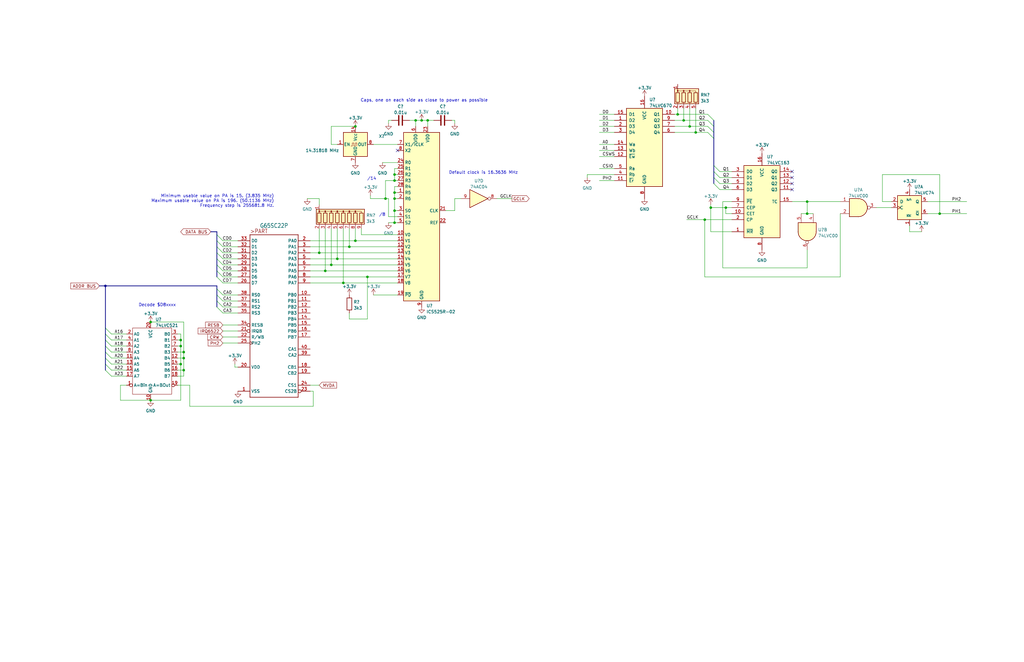
<source format=kicad_sch>
(kicad_sch (version 20211123) (generator eeschema)
  (paper "B")
  (lib_symbols
    (symbol "74xx:74LS00" (pin_names (offset 1.016))
      (property "Reference" "U" (at 0 1.27 0))
      (property "Value" "74LS00" (at 0 -1.27 0))
      (symbol "74LS00_1_1"
        (arc (start 0 -3.81) (mid 3.81 0) (end 0 3.81) (stroke (width 0.254)) (fill (type background)))
        (polyline (pts (xy 0 3.81) (xy -3.81 3.81) (xy -3.81 -3.81) (xy 0 -3.81)) (stroke (width 0.254)) (fill (type background)))
        (pin input line (at -7.62 2.54 0) (length 3.81) (name "~") (number "1"))
        (pin input line (at -7.62 -2.54 0) (length 3.81) (name "~") (number "2"))
        (pin output inverted (at 7.62 0 180) (length 3.81) (name "~") (number "3"))
      )
      (symbol "74LS00_1_2"
        (arc (start -3.81 -3.81) (mid -2.589 0) (end -3.81 3.81) (stroke (width 0.254)))
        (arc (start -0.6096 -3.81) (mid 2.1842 -2.5851) (end 3.81 0) (stroke (width 0.254)) (fill (type background)))
        (polyline (pts (xy -3.81 -3.81) (xy -0.635 -3.81)) (stroke (width 0.254)) (fill (type background)))
        (polyline (pts (xy -3.81 3.81) (xy -0.635 3.81)) (stroke (width 0.254)) (fill (type background)))
        (polyline (pts (xy -0.635 3.81) (xy -3.81 3.81) (xy -3.81 3.81) (xy -3.556 3.4036) (xy -3.0226 2.2606) (xy -2.6924 1.0414) (xy -2.6162 -0.254) (xy -2.7686 -1.4986) (xy -3.175 -2.7178) (xy -3.81 -3.81) (xy -3.81 -3.81) (xy -0.635 -3.81)) (stroke (width -25.4)) (fill (type background)))
        (arc (start 3.81 0) (mid 2.1915 2.5936) (end -0.6096 3.81) (stroke (width 0.254)) (fill (type background)))
        (pin input inverted (at -7.62 2.54 0) (length 4.318) (name "~") (number "1"))
        (pin input inverted (at -7.62 -2.54 0) (length 4.318) (name "~") (number "2"))
        (pin output line (at 7.62 0 180) (length 3.81) (name "~") (number "3"))
      )
      (symbol "74LS00_2_1"
        (arc (start 0 -3.81) (mid 3.81 0) (end 0 3.81) (stroke (width 0.254)) (fill (type background)))
        (polyline (pts (xy 0 3.81) (xy -3.81 3.81) (xy -3.81 -3.81) (xy 0 -3.81)) (stroke (width 0.254)) (fill (type background)))
        (pin input line (at -7.62 2.54 0) (length 3.81) (name "~") (number "4"))
        (pin input line (at -7.62 -2.54 0) (length 3.81) (name "~") (number "5"))
        (pin output inverted (at 7.62 0 180) (length 3.81) (name "~") (number "6"))
      )
      (symbol "74LS00_2_2"
        (arc (start -3.81 -3.81) (mid -2.589 0) (end -3.81 3.81) (stroke (width 0.254)))
        (arc (start -0.6096 -3.81) (mid 2.1842 -2.5851) (end 3.81 0) (stroke (width 0.254)) (fill (type background)))
        (polyline (pts (xy -3.81 -3.81) (xy -0.635 -3.81)) (stroke (width 0.254)) (fill (type background)))
        (polyline (pts (xy -3.81 3.81) (xy -0.635 3.81)) (stroke (width 0.254)) (fill (type background)))
        (polyline (pts (xy -0.635 3.81) (xy -3.81 3.81) (xy -3.81 3.81) (xy -3.556 3.4036) (xy -3.0226 2.2606) (xy -2.6924 1.0414) (xy -2.6162 -0.254) (xy -2.7686 -1.4986) (xy -3.175 -2.7178) (xy -3.81 -3.81) (xy -3.81 -3.81) (xy -0.635 -3.81)) (stroke (width -25.4)) (fill (type background)))
        (arc (start 3.81 0) (mid 2.1915 2.5936) (end -0.6096 3.81) (stroke (width 0.254)) (fill (type background)))
        (pin input inverted (at -7.62 2.54 0) (length 4.318) (name "~") (number "4"))
        (pin input inverted (at -7.62 -2.54 0) (length 4.318) (name "~") (number "5"))
        (pin output line (at 7.62 0 180) (length 3.81) (name "~") (number "6"))
      )
      (symbol "74LS00_3_1"
        (arc (start 0 -3.81) (mid 3.81 0) (end 0 3.81) (stroke (width 0.254)) (fill (type background)))
        (polyline (pts (xy 0 3.81) (xy -3.81 3.81) (xy -3.81 -3.81) (xy 0 -3.81)) (stroke (width 0.254)) (fill (type background)))
        (pin input line (at -7.62 -2.54 0) (length 3.81) (name "~") (number "10"))
        (pin output inverted (at 7.62 0 180) (length 3.81) (name "~") (number "8"))
        (pin input line (at -7.62 2.54 0) (length 3.81) (name "~") (number "9"))
      )
      (symbol "74LS00_3_2"
        (arc (start -3.81 -3.81) (mid -2.589 0) (end -3.81 3.81) (stroke (width 0.254)))
        (arc (start -0.6096 -3.81) (mid 2.1842 -2.5851) (end 3.81 0) (stroke (width 0.254)) (fill (type background)))
        (polyline (pts (xy -3.81 -3.81) (xy -0.635 -3.81)) (stroke (width 0.254)) (fill (type background)))
        (polyline (pts (xy -3.81 3.81) (xy -0.635 3.81)) (stroke (width 0.254)) (fill (type background)))
        (polyline (pts (xy -0.635 3.81) (xy -3.81 3.81) (xy -3.81 3.81) (xy -3.556 3.4036) (xy -3.0226 2.2606) (xy -2.6924 1.0414) (xy -2.6162 -0.254) (xy -2.7686 -1.4986) (xy -3.175 -2.7178) (xy -3.81 -3.81) (xy -3.81 -3.81) (xy -0.635 -3.81)) (stroke (width -25.4)) (fill (type background)))
        (arc (start 3.81 0) (mid 2.1915 2.5936) (end -0.6096 3.81) (stroke (width 0.254)) (fill (type background)))
        (pin input inverted (at -7.62 -2.54 0) (length 4.318) (name "~") (number "10"))
        (pin output line (at 7.62 0 180) (length 3.81) (name "~") (number "8"))
        (pin input inverted (at -7.62 2.54 0) (length 4.318) (name "~") (number "9"))
      )
      (symbol "74LS00_4_1"
        (arc (start 0 -3.81) (mid 3.81 0) (end 0 3.81) (stroke (width 0.254)) (fill (type background)))
        (polyline (pts (xy 0 3.81) (xy -3.81 3.81) (xy -3.81 -3.81) (xy 0 -3.81)) (stroke (width 0.254)) (fill (type background)))
        (pin output inverted (at 7.62 0 180) (length 3.81) (name "~") (number "11"))
        (pin input line (at -7.62 2.54 0) (length 3.81) (name "~") (number "12"))
        (pin input line (at -7.62 -2.54 0) (length 3.81) (name "~") (number "13"))
      )
      (symbol "74LS00_4_2"
        (arc (start -3.81 -3.81) (mid -2.589 0) (end -3.81 3.81) (stroke (width 0.254)))
        (arc (start -0.6096 -3.81) (mid 2.1842 -2.5851) (end 3.81 0) (stroke (width 0.254)) (fill (type background)))
        (polyline (pts (xy -3.81 -3.81) (xy -0.635 -3.81)) (stroke (width 0.254)) (fill (type background)))
        (polyline (pts (xy -3.81 3.81) (xy -0.635 3.81)) (stroke (width 0.254)) (fill (type background)))
        (polyline (pts (xy -0.635 3.81) (xy -3.81 3.81) (xy -3.81 3.81) (xy -3.556 3.4036) (xy -3.0226 2.2606) (xy -2.6924 1.0414) (xy -2.6162 -0.254) (xy -2.7686 -1.4986) (xy -3.175 -2.7178) (xy -3.81 -3.81) (xy -3.81 -3.81) (xy -0.635 -3.81)) (stroke (width -25.4)) (fill (type background)))
        (arc (start 3.81 0) (mid 2.1915 2.5936) (end -0.6096 3.81) (stroke (width 0.254)) (fill (type background)))
        (pin output line (at 7.62 0 180) (length 3.81) (name "~") (number "11"))
        (pin input inverted (at -7.62 2.54 0) (length 4.318) (name "~") (number "12"))
        (pin input inverted (at -7.62 -2.54 0) (length 4.318) (name "~") (number "13"))
      )
      (symbol "74LS00_5_0"
        (pin power_in line (at 0 12.7 270) (length 5.08) (name "VCC") (number "14"))
        (pin power_in line (at 0 -12.7 90) (length 5.08) (name "GND") (number "7"))
      )
      (symbol "74LS00_5_1"
        (rectangle (start -5.08 7.62) (end 5.08 -7.62) (stroke (width 0.254)) (fill (type background)))
      )
    )
    (symbol "74xx:74LS04"
      (property "Reference" "U" (at 0 1.27 0))
      (property "Value" "74LS04" (at 0 -1.27 0))
      (symbol "74LS04_1_0"
        (polyline (pts (xy -3.81 3.81) (xy -3.81 -3.81) (xy 3.81 0) (xy -3.81 3.81)) (stroke (width 0.254)) (fill (type background)))
        (pin input line (at -7.62 0 0) (length 3.81) (name "~") (number "1"))
        (pin output inverted (at 7.62 0 180) (length 3.81) (name "~") (number "2"))
      )
      (symbol "74LS04_2_0"
        (polyline (pts (xy -3.81 3.81) (xy -3.81 -3.81) (xy 3.81 0) (xy -3.81 3.81)) (stroke (width 0.254)) (fill (type background)))
        (pin input line (at -7.62 0 0) (length 3.81) (name "~") (number "3"))
        (pin output inverted (at 7.62 0 180) (length 3.81) (name "~") (number "4"))
      )
      (symbol "74LS04_3_0"
        (polyline (pts (xy -3.81 3.81) (xy -3.81 -3.81) (xy 3.81 0) (xy -3.81 3.81)) (stroke (width 0.254)) (fill (type background)))
        (pin input line (at -7.62 0 0) (length 3.81) (name "~") (number "5"))
        (pin output inverted (at 7.62 0 180) (length 3.81) (name "~") (number "6"))
      )
      (symbol "74LS04_4_0"
        (polyline (pts (xy -3.81 3.81) (xy -3.81 -3.81) (xy 3.81 0) (xy -3.81 3.81)) (stroke (width 0.254)) (fill (type background)))
        (pin output inverted (at 7.62 0 180) (length 3.81) (name "~") (number "8"))
        (pin input line (at -7.62 0 0) (length 3.81) (name "~") (number "9"))
      )
      (symbol "74LS04_5_0"
        (polyline (pts (xy -3.81 3.81) (xy -3.81 -3.81) (xy 3.81 0) (xy -3.81 3.81)) (stroke (width 0.254)) (fill (type background)))
        (pin output inverted (at 7.62 0 180) (length 3.81) (name "~") (number "10"))
        (pin input line (at -7.62 0 0) (length 3.81) (name "~") (number "11"))
      )
      (symbol "74LS04_6_0"
        (polyline (pts (xy -3.81 3.81) (xy -3.81 -3.81) (xy 3.81 0) (xy -3.81 3.81)) (stroke (width 0.254)) (fill (type background)))
        (pin output inverted (at 7.62 0 180) (length 3.81) (name "~") (number "12"))
        (pin input line (at -7.62 0 0) (length 3.81) (name "~") (number "13"))
      )
      (symbol "74LS04_7_0"
        (pin power_in line (at 0 12.7 270) (length 5.08) (name "VCC") (number "14"))
        (pin power_in line (at 0 -12.7 90) (length 5.08) (name "GND") (number "7"))
      )
      (symbol "74LS04_7_1"
        (rectangle (start -5.08 7.62) (end 5.08 -7.62) (stroke (width 0.254)) (fill (type background)))
      )
    )
    (symbol "74xx:74LS163" (pin_names (offset 1.016))
      (property "Reference" "U" (at -7.62 16.51 0))
      (property "Value" "74LS163" (at -7.62 -16.51 0))
      (symbol "74LS163_1_0"
        (pin input line (at -12.7 -12.7 0) (length 5.08) (name "~{MR}") (number "1"))
        (pin input line (at -12.7 -5.08 0) (length 5.08) (name "CET") (number "10"))
        (pin output line (at 12.7 5.08 180) (length 5.08) (name "Q3") (number "11"))
        (pin output line (at 12.7 7.62 180) (length 5.08) (name "Q2") (number "12"))
        (pin output line (at 12.7 10.16 180) (length 5.08) (name "Q1") (number "13"))
        (pin output line (at 12.7 12.7 180) (length 5.08) (name "Q0") (number "14"))
        (pin output line (at 12.7 0 180) (length 5.08) (name "TC") (number "15"))
        (pin power_in line (at 0 20.32 270) (length 5.08) (name "VCC") (number "16"))
        (pin input line (at -12.7 -7.62 0) (length 5.08) (name "CP") (number "2"))
        (pin input line (at -12.7 12.7 0) (length 5.08) (name "D0") (number "3"))
        (pin input line (at -12.7 10.16 0) (length 5.08) (name "D1") (number "4"))
        (pin input line (at -12.7 7.62 0) (length 5.08) (name "D2") (number "5"))
        (pin input line (at -12.7 5.08 0) (length 5.08) (name "D3") (number "6"))
        (pin input line (at -12.7 -2.54 0) (length 5.08) (name "CEP") (number "7"))
        (pin power_in line (at 0 -20.32 90) (length 5.08) (name "GND") (number "8"))
        (pin input line (at -12.7 0 0) (length 5.08) (name "~{PE}") (number "9"))
      )
      (symbol "74LS163_1_1"
        (rectangle (start -7.62 15.24) (end 7.62 -15.24) (stroke (width 0.254)) (fill (type background)))
      )
    )
    (symbol "74xx:74LS670" (pin_names (offset 1.016))
      (property "Reference" "U" (at -7.62 16.51 0))
      (property "Value" "74LS670" (at -7.62 -19.05 0))
      (symbol "74LS670_1_0"
        (pin input line (at -12.7 10.16 0) (length 5.08) (name "D2") (number "1"))
        (pin tri_state line (at 12.7 12.7 180) (length 5.08) (name "Q1") (number "10"))
        (pin input line (at -12.7 -15.24 0) (length 5.08) (name "~{Er}") (number "11"))
        (pin input line (at -12.7 -5.08 0) (length 5.08) (name "~{Ew}") (number "12"))
        (pin input line (at -12.7 -2.54 0) (length 5.08) (name "Wb") (number "13"))
        (pin input line (at -12.7 0 0) (length 5.08) (name "Wa") (number "14"))
        (pin input line (at -12.7 12.7 0) (length 5.08) (name "D1") (number "15"))
        (pin power_in line (at 0 20.32 270) (length 5.08) (name "VCC") (number "16"))
        (pin input line (at -12.7 7.62 0) (length 5.08) (name "D3") (number "2"))
        (pin input line (at -12.7 5.08 0) (length 5.08) (name "D4") (number "3"))
        (pin input line (at -12.7 -12.7 0) (length 5.08) (name "Rb") (number "4"))
        (pin input line (at -12.7 -10.16 0) (length 5.08) (name "Ra") (number "5"))
        (pin tri_state line (at 12.7 5.08 180) (length 5.08) (name "Q4") (number "6"))
        (pin tri_state line (at 12.7 7.62 180) (length 5.08) (name "Q3") (number "7"))
        (pin power_in line (at 0 -22.86 90) (length 5.08) (name "GND") (number "8"))
        (pin tri_state line (at 12.7 10.16 180) (length 5.08) (name "Q2") (number "9"))
      )
      (symbol "74LS670_1_1"
        (rectangle (start -7.62 15.24) (end 7.62 -17.78) (stroke (width 0.254)) (fill (type background)))
      )
    )
    (symbol "74xx:74LS74" (pin_names (offset 1.016))
      (property "Reference" "U" (at -7.62 8.89 0))
      (property "Value" "74LS74" (at -7.62 -8.89 0))
      (symbol "74LS74_1_0"
        (pin input line (at 0 -7.62 90) (length 2.54) (name "~{R}") (number "1"))
        (pin input line (at -7.62 2.54 0) (length 2.54) (name "D") (number "2"))
        (pin input clock (at -7.62 0 0) (length 2.54) (name "C") (number "3"))
        (pin input line (at 0 7.62 270) (length 2.54) (name "~{S}") (number "4"))
        (pin output line (at 7.62 2.54 180) (length 2.54) (name "Q") (number "5"))
        (pin output line (at 7.62 -2.54 180) (length 2.54) (name "~{Q}") (number "6"))
      )
      (symbol "74LS74_1_1"
        (rectangle (start -5.08 5.08) (end 5.08 -5.08) (stroke (width 0.254)) (fill (type background)))
      )
      (symbol "74LS74_2_0"
        (pin input line (at 0 7.62 270) (length 2.54) (name "~{S}") (number "10"))
        (pin input clock (at -7.62 0 0) (length 2.54) (name "C") (number "11"))
        (pin input line (at -7.62 2.54 0) (length 2.54) (name "D") (number "12"))
        (pin input line (at 0 -7.62 90) (length 2.54) (name "~{R}") (number "13"))
        (pin output line (at 7.62 -2.54 180) (length 2.54) (name "~{Q}") (number "8"))
        (pin output line (at 7.62 2.54 180) (length 2.54) (name "Q") (number "9"))
      )
      (symbol "74LS74_2_1"
        (rectangle (start -5.08 5.08) (end 5.08 -5.08) (stroke (width 0.254)) (fill (type background)))
      )
      (symbol "74LS74_3_0"
        (pin power_in line (at 0 10.16 270) (length 2.54) (name "VCC") (number "14"))
        (pin power_in line (at 0 -10.16 90) (length 2.54) (name "GND") (number "7"))
      )
      (symbol "74LS74_3_1"
        (rectangle (start -5.08 7.62) (end 5.08 -7.62) (stroke (width 0.254)) (fill (type background)))
      )
    )
    (symbol "Device:C" (pin_numbers hide) (pin_names (offset 0.254))
      (property "Reference" "C" (at 0.635 2.54 0))
      (property "Value" "C" (at 0.635 -2.54 0))
      (symbol "C_0_1"
        (polyline (pts (xy -2.032 -0.762) (xy 2.032 -0.762)) (stroke (width 0.508)))
        (polyline (pts (xy -2.032 0.762) (xy 2.032 0.762)) (stroke (width 0.508)))
      )
      (symbol "C_1_1"
        (pin passive line (at 0 3.81 270) (length 2.794) (name "~") (number "1"))
        (pin passive line (at 0 -3.81 90) (length 2.794) (name "~") (number "2"))
      )
    )
    (symbol "Device:R" (pin_numbers hide) (pin_names (offset 0))
      (property "Reference" "R" (at 2.032 0 90))
      (property "Value" "R" (at 0 0 90))
      (symbol "R_0_1"
        (rectangle (start -1.016 -2.54) (end 1.016 2.54) (stroke (width 0.254)))
      )
      (symbol "R_1_1"
        (pin passive line (at 0 3.81 270) (length 1.27) (name "~") (number "1"))
        (pin passive line (at 0 -3.81 90) (length 1.27) (name "~") (number "2"))
      )
    )
    (symbol "Device:R_Network04" (pin_names (offset 0) hide)
      (property "Reference" "RN" (at -7.62 0 90))
      (property "Value" "R_Network04" (at 5.08 0 90))
      (symbol "R_Network04_0_1"
        (rectangle (start -6.35 -3.175) (end 3.81 3.175) (stroke (width 0.254)) (fill (type background)))
        (rectangle (start -5.842 1.524) (end -4.318 -2.54) (stroke (width 0.254)))
        (circle (center -5.08 2.286) (radius 0.254) (fill (type outline)))
        (rectangle (start -3.302 1.524) (end -1.778 -2.54) (stroke (width 0.254)))
        (circle (center -2.54 2.286) (radius 0.254) (fill (type outline)))
        (rectangle (start -0.762 1.524) (end 0.762 -2.54) (stroke (width 0.254)))
        (polyline (pts (xy -5.08 -2.54) (xy -5.08 -3.81)))
        (polyline (pts (xy -2.54 -2.54) (xy -2.54 -3.81)))
        (polyline (pts (xy 0 -2.54) (xy 0 -3.81)))
        (polyline (pts (xy 2.54 -2.54) (xy 2.54 -3.81)))
        (polyline (pts (xy -5.08 1.524) (xy -5.08 2.286) (xy -2.54 2.286) (xy -2.54 1.524)))
        (polyline (pts (xy -2.54 1.524) (xy -2.54 2.286) (xy 0 2.286) (xy 0 1.524)))
        (polyline (pts (xy 0 1.524) (xy 0 2.286) (xy 2.54 2.286) (xy 2.54 1.524)))
        (circle (center 0 2.286) (radius 0.254) (fill (type outline)))
        (rectangle (start 1.778 1.524) (end 3.302 -2.54) (stroke (width 0.254)))
      )
      (symbol "R_Network04_1_1"
        (pin passive line (at -5.08 5.08 270) (length 2.54) (name "common") (number "1"))
        (pin passive line (at -5.08 -5.08 90) (length 1.27) (name "R1") (number "2"))
        (pin passive line (at -2.54 -5.08 90) (length 1.27) (name "R2") (number "3"))
        (pin passive line (at 0 -5.08 90) (length 1.27) (name "R3") (number "4"))
        (pin passive line (at 2.54 -5.08 90) (length 1.27) (name "R4") (number "5"))
      )
    )
    (symbol "Device:R_Network08" (pin_names (offset 0) hide)
      (property "Reference" "RN" (at -12.7 0 90))
      (property "Value" "R_Network08" (at 10.16 0 90))
      (symbol "R_Network08_0_1"
        (rectangle (start -11.43 -3.175) (end 8.89 3.175) (stroke (width 0.254)) (fill (type background)))
        (rectangle (start -10.922 1.524) (end -9.398 -2.54) (stroke (width 0.254)))
        (circle (center -10.16 2.286) (radius 0.254) (fill (type outline)))
        (rectangle (start -8.382 1.524) (end -6.858 -2.54) (stroke (width 0.254)))
        (circle (center -7.62 2.286) (radius 0.254) (fill (type outline)))
        (rectangle (start -5.842 1.524) (end -4.318 -2.54) (stroke (width 0.254)))
        (circle (center -5.08 2.286) (radius 0.254) (fill (type outline)))
        (rectangle (start -3.302 1.524) (end -1.778 -2.54) (stroke (width 0.254)))
        (circle (center -2.54 2.286) (radius 0.254) (fill (type outline)))
        (rectangle (start -0.762 1.524) (end 0.762 -2.54) (stroke (width 0.254)))
        (polyline (pts (xy -10.16 -2.54) (xy -10.16 -3.81)))
        (polyline (pts (xy -7.62 -2.54) (xy -7.62 -3.81)))
        (polyline (pts (xy -5.08 -2.54) (xy -5.08 -3.81)))
        (polyline (pts (xy -2.54 -2.54) (xy -2.54 -3.81)))
        (polyline (pts (xy 0 -2.54) (xy 0 -3.81)))
        (polyline (pts (xy 2.54 -2.54) (xy 2.54 -3.81)))
        (polyline (pts (xy 5.08 -2.54) (xy 5.08 -3.81)))
        (polyline (pts (xy 7.62 -2.54) (xy 7.62 -3.81)))
        (polyline (pts (xy -10.16 1.524) (xy -10.16 2.286) (xy -7.62 2.286) (xy -7.62 1.524)))
        (polyline (pts (xy -7.62 1.524) (xy -7.62 2.286) (xy -5.08 2.286) (xy -5.08 1.524)))
        (polyline (pts (xy -5.08 1.524) (xy -5.08 2.286) (xy -2.54 2.286) (xy -2.54 1.524)))
        (polyline (pts (xy -2.54 1.524) (xy -2.54 2.286) (xy 0 2.286) (xy 0 1.524)))
        (polyline (pts (xy 0 1.524) (xy 0 2.286) (xy 2.54 2.286) (xy 2.54 1.524)))
        (polyline (pts (xy 2.54 1.524) (xy 2.54 2.286) (xy 5.08 2.286) (xy 5.08 1.524)))
        (polyline (pts (xy 5.08 1.524) (xy 5.08 2.286) (xy 7.62 2.286) (xy 7.62 1.524)))
        (circle (center 0 2.286) (radius 0.254) (fill (type outline)))
        (rectangle (start 1.778 1.524) (end 3.302 -2.54) (stroke (width 0.254)))
        (circle (center 2.54 2.286) (radius 0.254) (fill (type outline)))
        (rectangle (start 4.318 1.524) (end 5.842 -2.54) (stroke (width 0.254)))
        (circle (center 5.08 2.286) (radius 0.254) (fill (type outline)))
        (rectangle (start 6.858 1.524) (end 8.382 -2.54) (stroke (width 0.254)))
      )
      (symbol "R_Network08_1_1"
        (pin passive line (at -10.16 5.08 270) (length 2.54) (name "common") (number "1"))
        (pin passive line (at -10.16 -5.08 90) (length 1.27) (name "R1") (number "2"))
        (pin passive line (at -7.62 -5.08 90) (length 1.27) (name "R2") (number "3"))
        (pin passive line (at -5.08 -5.08 90) (length 1.27) (name "R3") (number "4"))
        (pin passive line (at -2.54 -5.08 90) (length 1.27) (name "R4") (number "5"))
        (pin passive line (at 0 -5.08 90) (length 1.27) (name "R5") (number "6"))
        (pin passive line (at 2.54 -5.08 90) (length 1.27) (name "R6") (number "7"))
        (pin passive line (at 5.08 -5.08 90) (length 1.27) (name "R7") (number "8"))
        (pin passive line (at 7.62 -5.08 90) (length 1.27) (name "R8") (number "9"))
      )
    )
    (symbol "MyLib:74F521"
      (property "Reference" "U" (at -1.27 -1.27 0))
      (property "Value" "74F521" (at 0 1.27 0))
      (symbol "74F521_0_1"
        (rectangle (start -8.89 12.7) (end 7.62 -15.24) (stroke (width 0.1524)))
      )
      (symbol "74F521_1_1"
        (pin input inverted (at -11.43 -11.43 0) (length 2.54) (name "A=Bin") (number "1"))
        (pin power_in line (at -1.27 -17.78 90) (length 2.54) (name "GND") (number "10"))
        (pin input line (at -11.43 0 0) (length 2.54) (name "A4") (number "11"))
        (pin input line (at 10.16 0 180) (length 2.54) (name "B4") (number "12"))
        (pin input line (at -11.43 -2.54 0) (length 2.54) (name "A5") (number "13"))
        (pin input line (at 10.16 -2.54 180) (length 2.54) (name "B5") (number "14"))
        (pin input line (at -11.43 -5.08 0) (length 2.54) (name "A6") (number "15"))
        (pin input line (at 10.16 -5.08 180) (length 2.54) (name "B6") (number "16"))
        (pin input line (at -11.43 -7.62 0) (length 2.54) (name "A7") (number "17"))
        (pin input line (at 10.16 -7.62 180) (length 2.54) (name "B7") (number "18"))
        (pin input inverted (at 10.16 -11.43 180) (length 2.54) (name "A=BOut") (number "19"))
        (pin input line (at -11.43 10.16 0) (length 2.54) (name "A0") (number "2"))
        (pin power_in line (at -1.27 15.24 270) (length 2.54) (name "VCC") (number "20"))
        (pin input line (at 10.16 10.16 180) (length 2.54) (name "B0") (number "3"))
        (pin input line (at -11.43 7.62 0) (length 2.54) (name "A1") (number "4"))
        (pin input line (at 10.16 7.62 180) (length 2.54) (name "B1") (number "5"))
        (pin input line (at -11.43 5.08 0) (length 2.54) (name "A2") (number "6"))
        (pin input line (at 10.16 5.08 180) (length 2.54) (name "B2") (number "7"))
        (pin input line (at -11.43 2.54 0) (length 2.54) (name "A3") (number "8"))
        (pin input line (at 10.16 2.54 180) (length 2.54) (name "B3") (number "9"))
      )
    )
    (symbol "MyLib:G65SC22P"
      (property "Value" "G65SC22P" (at -10.16 -43.18 0))
      (symbol "G65SC22P_1_0"
        (polyline (pts (xy -10.16 -40.64) (xy -10.16 27.94)) (stroke (width 0.254)))
        (polyline (pts (xy -10.16 27.94) (xy 10.16 27.94)) (stroke (width 0.254)))
        (polyline (pts (xy 10.16 -40.64) (xy -10.16 -40.64)) (stroke (width 0.254)))
        (polyline (pts (xy 10.16 27.94) (xy 10.16 -40.64)) (stroke (width 0.254)))
        (text ">PART" (at -10.16 30.48 0) (effects (font (size 1.778 1.5113)) (justify left top)))
        (pin power_in line (at -15.24 -38.1 0) (length 5.08) (name "VSS") (number "1"))
        (pin bidirectional line (at 15.24 2.54 180) (length 5.08) (name "PB0") (number "10"))
        (pin bidirectional line (at 15.24 0 180) (length 5.08) (name "PB1") (number "11"))
        (pin bidirectional line (at 15.24 -2.54 180) (length 5.08) (name "PB2") (number "12"))
        (pin bidirectional line (at 15.24 -5.08 180) (length 5.08) (name "PB3") (number "13"))
        (pin bidirectional line (at 15.24 -7.62 180) (length 5.08) (name "PB4") (number "14"))
        (pin bidirectional line (at 15.24 -10.16 180) (length 5.08) (name "PB5") (number "15"))
        (pin bidirectional line (at 15.24 -12.7 180) (length 5.08) (name "PB6") (number "16"))
        (pin bidirectional line (at 15.24 -15.24 180) (length 5.08) (name "PB7") (number "17"))
        (pin bidirectional line (at 15.24 -27.94 180) (length 5.08) (name "CB1") (number "18"))
        (pin bidirectional line (at 15.24 -30.48 180) (length 5.08) (name "CB2") (number "19"))
        (pin bidirectional line (at 15.24 25.4 180) (length 5.08) (name "PA0") (number "2"))
        (pin power_in line (at -15.24 -27.94 0) (length 5.08) (name "VDD") (number "20"))
        (pin output inverted (at -15.24 -12.7 0) (length 5.08) (name "IRQB") (number "21"))
        (pin input line (at -15.24 -15.24 0) (length 5.08) (name "R/WB") (number "22"))
        (pin input inverted (at 15.24 -38.1 180) (length 5.08) (name "CS2B") (number "23"))
        (pin input line (at 15.24 -35.56 180) (length 5.08) (name "CS1") (number "24"))
        (pin input clock (at -15.24 -17.78 0) (length 5.08) (name "PH2") (number "25"))
        (pin bidirectional line (at -15.24 7.62 0) (length 5.08) (name "D7") (number "26"))
        (pin bidirectional line (at -15.24 10.16 0) (length 5.08) (name "D6") (number "27"))
        (pin bidirectional line (at -15.24 12.7 0) (length 5.08) (name "D5") (number "28"))
        (pin bidirectional line (at -15.24 15.24 0) (length 5.08) (name "D4") (number "29"))
        (pin bidirectional line (at 15.24 22.86 180) (length 5.08) (name "PA1") (number "3"))
        (pin bidirectional line (at -15.24 17.78 0) (length 5.08) (name "D3") (number "30"))
        (pin bidirectional line (at -15.24 20.32 0) (length 5.08) (name "D2") (number "31"))
        (pin bidirectional line (at -15.24 22.86 0) (length 5.08) (name "D1") (number "32"))
        (pin bidirectional line (at -15.24 25.4 0) (length 5.08) (name "D0") (number "33"))
        (pin input inverted (at -15.24 -10.16 0) (length 5.08) (name "RESB") (number "34"))
        (pin input line (at -15.24 -5.08 0) (length 5.08) (name "RS3") (number "35"))
        (pin input line (at -15.24 -2.54 0) (length 5.08) (name "RS2") (number "36"))
        (pin input line (at -15.24 0 0) (length 5.08) (name "RS1") (number "37"))
        (pin input line (at -15.24 2.54 0) (length 5.08) (name "RS0") (number "38"))
        (pin bidirectional line (at 15.24 -22.86 180) (length 5.08) (name "CA2") (number "39"))
        (pin bidirectional line (at 15.24 20.32 180) (length 5.08) (name "PA2") (number "4"))
        (pin bidirectional line (at 15.24 -20.32 180) (length 5.08) (name "CA1") (number "40"))
        (pin bidirectional line (at 15.24 17.78 180) (length 5.08) (name "PA3") (number "5"))
        (pin bidirectional line (at 15.24 15.24 180) (length 5.08) (name "PA4") (number "6"))
        (pin bidirectional line (at 15.24 12.7 180) (length 5.08) (name "PA5") (number "7"))
        (pin bidirectional line (at 15.24 10.16 180) (length 5.08) (name "PA6") (number "8"))
        (pin bidirectional line (at 15.24 7.62 180) (length 5.08) (name "PA7") (number "9"))
      )
    )
    (symbol "Oscillator:CXO_DIP14" (pin_names (offset 0.254))
      (property "Reference" "X" (at -5.08 6.35 0))
      (property "Value" "CXO_DIP14" (at 1.27 -6.35 0))
      (symbol "CXO_DIP14_0_1"
        (rectangle (start -5.08 5.08) (end 5.08 -5.08) (stroke (width 0.254)) (fill (type background)))
        (polyline (pts (xy -1.905 -0.635) (xy -1.27 -0.635) (xy -1.27 0.635) (xy -0.635 0.635) (xy -0.635 -0.635) (xy 0 -0.635) (xy 0 0.635) (xy 0.635 0.635) (xy 0.635 -0.635)))
      )
      (symbol "CXO_DIP14_1_1"
        (pin input line (at -7.62 0 0) (length 2.54) (name "EN") (number "1"))
        (pin power_in line (at 0 7.62 270) (length 2.54) (name "Vcc") (number "14"))
        (pin power_in line (at 0 -7.62 90) (length 2.54) (name "GND") (number "7"))
        (pin output line (at 7.62 0 180) (length 2.54) (name "OUT") (number "8"))
      )
    )
    (symbol "Timer_PLL:ICS525R-02"
      (property "Reference" "U" (at -5.08 36.83 0))
      (property "Value" "ICS525R-02" (at 7.62 -36.83 0))
      (symbol "ICS525R-02_0_1"
        (rectangle (start -7.62 35.56) (end 7.62 -35.56) (stroke (width 0.254)) (fill (type background)))
      )
      (symbol "ICS525R-02_1_1"
        (pin input line (at -10.16 10.16 0) (length 2.54) (name "R5") (number "1"))
        (pin input line (at -10.16 -7.62 0) (length 2.54) (name "V0") (number "10"))
        (pin input line (at -10.16 -10.16 0) (length 2.54) (name "V1") (number "11"))
        (pin input line (at -10.16 -12.7 0) (length 2.54) (name "V2") (number "12"))
        (pin input line (at -10.16 -15.24 0) (length 2.54) (name "V3") (number "13"))
        (pin input line (at -10.16 -17.78 0) (length 2.54) (name "V4") (number "14"))
        (pin input line (at -10.16 -20.32 0) (length 2.54) (name "V5") (number "15"))
        (pin input line (at -10.16 -22.86 0) (length 2.54) (name "V6") (number "16"))
        (pin input line (at -10.16 -25.4 0) (length 2.54) (name "V7") (number "17"))
        (pin input line (at -10.16 -27.94 0) (length 2.54) (name "V8") (number "18"))
        (pin input line (at -10.16 -33.02 0) (length 2.54) (name "~{PD}") (number "19"))
        (pin input line (at -10.16 7.62 0) (length 2.54) (name "R6") (number "2"))
        (pin passive line (at 0 -38.1 90) (length 2.54) hide (name "GND") (number "20"))
        (pin tri_state line (at 10.16 2.54 180) (length 2.54) (name "CLK") (number "21"))
        (pin tri_state line (at 10.16 -2.54 180) (length 2.54) (name "REF") (number "22"))
        (pin power_in line (at 2.54 38.1 270) (length 2.54) (name "VDD") (number "23"))
        (pin input line (at -10.16 22.86 0) (length 2.54) (name "R0") (number "24"))
        (pin input line (at -10.16 20.32 0) (length 2.54) (name "R1") (number "25"))
        (pin input line (at -10.16 17.78 0) (length 2.54) (name "R2") (number "26"))
        (pin input line (at -10.16 15.24 0) (length 2.54) (name "R3") (number "27"))
        (pin input line (at -10.16 12.7 0) (length 2.54) (name "R4") (number "28"))
        (pin input line (at -10.16 2.54 0) (length 2.54) (name "S0") (number "3"))
        (pin input line (at -10.16 0 0) (length 2.54) (name "S1") (number "4"))
        (pin input line (at -10.16 -2.54 0) (length 2.54) (name "S2") (number "5"))
        (pin power_in line (at -2.54 38.1 270) (length 2.54) (name "VDD") (number "6"))
        (pin input line (at -10.16 30.48 0) (length 2.54) (name "X1/ICLK") (number "7"))
        (pin output line (at -10.16 27.94 0) (length 2.54) (name "X2") (number "8"))
        (pin power_in line (at 0 -38.1 90) (length 2.54) (name "GND") (number "9"))
      )
    )
    (symbol "power:+3.3V" (power) (pin_names (offset 0))
      (property "Value" "+3.3V" (at 0 3.556 0))
      (symbol "+3.3V_0_1"
        (polyline (pts (xy -0.762 1.27) (xy 0 2.54)))
        (polyline (pts (xy 0 0) (xy 0 2.54)))
        (polyline (pts (xy 0 2.54) (xy 0.762 1.27)))
      )
      (symbol "+3.3V_1_1"
        (pin power_in line (at 0 0 90) (length 0) hide (name "+3.3V") (number "1"))
      )
    )
    (symbol "power:GND" (power) (pin_names (offset 0))
      (property "Value" "GND" (at 0 -3.81 0))
      (symbol "GND_0_1"
        (polyline (pts (xy 0 0) (xy 0 -1.27) (xy 1.27 -1.27) (xy 0 -2.54) (xy -1.27 -1.27) (xy 0 -1.27)))
      )
      (symbol "GND_1_1"
        (pin power_in line (at 0 0 270) (length 0) hide (name "GND") (number "1"))
      )
    )
  )
  (junction (at 290.83 53.34))
  (junction (at 149.86 101.6))
  (junction (at 299.72 87.63))
  (junction (at 77.47 156.21))
  (junction (at 166.37 81.28))
  (junction (at 166.37 76.2))
  (junction (at 77.47 148.59))
  (junction (at 149.86 53.34))
  (junction (at 166.37 83.82))
  (junction (at 137.16 114.3))
  (junction (at 396.24 90.17))
  (junction (at 306.07 87.63))
  (junction (at 180.34 50.8))
  (junction (at 162.56 83.82))
  (junction (at 76.2 153.67))
  (junction (at 177.8 50.8))
  (junction (at 147.32 104.14))
  (junction (at 293.37 55.88))
  (junction (at 175.26 50.8))
  (junction (at 76.2 143.51))
  (junction (at 340.36 85.09))
  (junction (at 285.75 48.26))
  (junction (at 154.94 116.84))
  (junction (at 63.5 168.91))
  (junction (at 139.7 111.76))
  (junction (at 288.29 50.8))
  (junction (at 63.5 135.89))
  (junction (at 297.18 92.71))
  (junction (at 166.37 93.98))
  (junction (at 134.62 106.68))
  (junction (at 142.24 109.22))
  (junction (at 340.36 90.17))
  (junction (at 166.37 88.9))
  (junction (at 76.2 146.05))
  (junction (at 144.78 119.38))
  (junction (at 77.47 151.13))
  (junction (at 166.37 73.66))
  (junction (at 44.45 120.65))
  (no_connect (at 167.64 63.5))
  (no_connect (at 334.01 80.01))
  (no_connect (at 334.01 77.47))
  (no_connect (at 334.01 72.39))
  (no_connect (at 334.01 74.93))
  (bus_entry (at 91.44 116.84) (size 2.54 2.54))
  (bus_entry (at 44.45 153.67) (size 2.54 2.54))
  (bus_entry (at 91.44 121.92) (size 2.54 2.54))
  (bus_entry (at 91.44 114.3) (size 2.54 2.54))
  (bus_entry (at 91.44 106.68) (size 2.54 2.54))
  (bus_entry (at 91.44 111.76) (size 2.54 2.54))
  (bus_entry (at 91.44 101.6) (size 2.54 2.54))
  (bus_entry (at 91.44 129.54) (size 2.54 2.54))
  (bus_entry (at 44.45 156.21) (size 2.54 2.54))
  (bus_entry (at 44.45 138.43) (size 2.54 2.54))
  (bus_entry (at 44.45 140.97) (size 2.54 2.54))
  (bus_entry (at 300.99 74.93) (size 2.54 2.54))
  (bus_entry (at 300.99 72.39) (size 2.54 2.54))
  (bus_entry (at 300.99 77.47) (size 2.54 2.54))
  (bus_entry (at 300.99 69.85) (size 2.54 2.54))
  (bus_entry (at 298.45 48.26) (size 2.54 2.54))
  (bus_entry (at 298.45 50.8) (size 2.54 2.54))
  (bus_entry (at 298.45 55.88) (size 2.54 2.54))
  (bus_entry (at 298.45 53.34) (size 2.54 2.54))
  (bus_entry (at 44.45 146.05) (size 2.54 2.54))
  (bus_entry (at 91.44 127) (size 2.54 2.54))
  (bus_entry (at 44.45 148.59) (size 2.54 2.54))
  (bus_entry (at 44.45 151.13) (size 2.54 2.54))
  (bus_entry (at 91.44 104.14) (size 2.54 2.54))
  (bus_entry (at 91.44 109.22) (size 2.54 2.54))
  (bus_entry (at 91.44 99.06) (size 2.54 2.54))
  (bus_entry (at 91.44 124.46) (size 2.54 2.54))
  (bus_entry (at 44.45 143.51) (size 2.54 2.54))
  (wire (pts (xy 167.64 91.44) (xy 163.83 91.44)))
  (wire (pts (xy 375.92 85.09) (xy 372.11 85.09)))
  (wire (pts (xy 74.93 146.05) (xy 76.2 146.05)))
  (bus (pts (xy 91.44 101.6) (xy 91.44 99.06)))
  (wire (pts (xy 372.11 73.66) (xy 396.24 73.66)))
  (wire (pts (xy 308.61 77.47) (xy 303.53 77.47)))
  (wire (pts (xy 134.62 83.82) (xy 129.54 83.82)))
  (wire (pts (xy 142.24 109.22) (xy 130.81 109.22)))
  (wire (pts (xy 308.61 74.93) (xy 303.53 74.93)))
  (wire (pts (xy 177.8 50.8) (xy 180.34 50.8)))
  (wire (pts (xy 383.54 97.79) (xy 388.62 97.79)))
  (wire (pts (xy 293.37 45.72) (xy 293.37 55.88)))
  (bus (pts (xy 300.99 74.93) (xy 300.99 77.47)))
  (wire (pts (xy 100.33 129.54) (xy 93.98 129.54)))
  (wire (pts (xy 130.81 119.38) (xy 144.78 119.38)))
  (wire (pts (xy 100.33 104.14) (xy 93.98 104.14)))
  (wire (pts (xy 139.7 111.76) (xy 130.81 111.76)))
  (wire (pts (xy 259.08 50.8) (xy 252.73 50.8)))
  (bus (pts (xy 91.44 111.76) (xy 91.44 109.22)))
  (wire (pts (xy 299.72 87.63) (xy 299.72 97.79)))
  (bus (pts (xy 44.45 143.51) (xy 44.45 140.97)))
  (wire (pts (xy 289.56 92.71) (xy 297.18 92.71)))
  (bus (pts (xy 91.44 99.06) (xy 91.44 97.79)))
  (wire (pts (xy 50.8 162.56) (xy 50.8 168.91)))
  (wire (pts (xy 166.37 76.2) (xy 162.56 76.2)))
  (wire (pts (xy 308.61 72.39) (xy 303.53 72.39)))
  (wire (pts (xy 167.64 88.9) (xy 166.37 88.9)))
  (wire (pts (xy 100.33 132.08) (xy 93.98 132.08)))
  (bus (pts (xy 300.99 72.39) (xy 300.99 74.93)))
  (wire (pts (xy 144.78 96.52) (xy 144.78 119.38)))
  (wire (pts (xy 76.2 140.97) (xy 76.2 143.51)))
  (bus (pts (xy 91.44 104.14) (xy 91.44 101.6)))
  (bus (pts (xy 91.44 97.79) (xy 88.9 97.79)))
  (wire (pts (xy 162.56 76.2) (xy 162.56 83.82)))
  (wire (pts (xy 167.64 73.66) (xy 166.37 73.66)))
  (wire (pts (xy 290.83 53.34) (xy 298.45 53.34)))
  (wire (pts (xy 191.77 50.8) (xy 191.77 52.07)))
  (wire (pts (xy 142.24 60.96) (xy 139.7 60.96)))
  (wire (pts (xy 259.08 76.2) (xy 252.73 76.2)))
  (wire (pts (xy 284.48 50.8) (xy 288.29 50.8)))
  (wire (pts (xy 76.2 143.51) (xy 76.2 146.05)))
  (bus (pts (xy 44.45 153.67) (xy 44.45 151.13)))
  (wire (pts (xy 308.61 80.01) (xy 303.53 80.01)))
  (wire (pts (xy 134.62 162.56) (xy 130.81 162.56)))
  (wire (pts (xy 139.7 96.52) (xy 139.7 111.76)))
  (wire (pts (xy 134.62 106.68) (xy 167.64 106.68)))
  (wire (pts (xy 259.08 66.04) (xy 252.73 66.04)))
  (bus (pts (xy 91.44 109.22) (xy 91.44 106.68)))
  (wire (pts (xy 166.37 88.9) (xy 166.37 93.98)))
  (wire (pts (xy 156.21 83.82) (xy 162.56 83.82)))
  (wire (pts (xy 354.33 90.17) (xy 354.33 116.84)))
  (wire (pts (xy 53.34 158.75) (xy 46.99 158.75)))
  (wire (pts (xy 137.16 96.52) (xy 137.16 114.3)))
  (wire (pts (xy 304.8 85.09) (xy 308.61 85.09)))
  (wire (pts (xy 142.24 96.52) (xy 142.24 109.22)))
  (wire (pts (xy 166.37 83.82) (xy 166.37 81.28)))
  (wire (pts (xy 259.08 48.26) (xy 252.73 48.26)))
  (wire (pts (xy 161.29 68.58) (xy 167.64 68.58)))
  (wire (pts (xy 163.83 93.98) (xy 166.37 93.98)))
  (wire (pts (xy 74.93 148.59) (xy 77.47 148.59)))
  (wire (pts (xy 162.56 83.82) (xy 163.83 83.82)))
  (wire (pts (xy 157.48 60.96) (xy 167.64 60.96)))
  (wire (pts (xy 180.34 50.8) (xy 182.88 50.8)))
  (wire (pts (xy 290.83 45.72) (xy 290.83 53.34)))
  (wire (pts (xy 163.83 50.8) (xy 163.83 52.07)))
  (wire (pts (xy 180.34 50.8) (xy 180.34 53.34)))
  (wire (pts (xy 53.34 148.59) (xy 46.99 148.59)))
  (wire (pts (xy 53.34 146.05) (xy 46.99 146.05)))
  (wire (pts (xy 166.37 81.28) (xy 167.64 81.28)))
  (wire (pts (xy 304.8 113.03) (xy 304.8 85.09)))
  (wire (pts (xy 63.5 168.91) (xy 50.8 168.91)))
  (wire (pts (xy 100.33 127) (xy 93.98 127)))
  (wire (pts (xy 284.48 55.88) (xy 293.37 55.88)))
  (wire (pts (xy 53.34 162.56) (xy 50.8 162.56)))
  (wire (pts (xy 53.34 143.51) (xy 46.99 143.51)))
  (wire (pts (xy 147.32 96.52) (xy 147.32 104.14)))
  (wire (pts (xy 285.75 48.26) (xy 285.75 45.72)))
  (wire (pts (xy 100.33 142.24) (xy 93.98 142.24)))
  (wire (pts (xy 130.81 116.84) (xy 154.94 116.84)))
  (wire (pts (xy 293.37 55.88) (xy 298.45 55.88)))
  (bus (pts (xy 300.99 53.34) (xy 300.99 55.88)))
  (wire (pts (xy 391.16 85.09) (xy 407.67 85.09)))
  (bus (pts (xy 300.99 58.42) (xy 300.99 69.85)))
  (wire (pts (xy 139.7 53.34) (xy 149.86 53.34)))
  (wire (pts (xy 149.86 101.6) (xy 130.81 101.6)))
  (wire (pts (xy 149.86 96.52) (xy 149.86 101.6)))
  (wire (pts (xy 134.62 83.82) (xy 134.62 86.36)))
  (wire (pts (xy 167.64 71.12) (xy 166.37 71.12)))
  (wire (pts (xy 74.93 158.75) (xy 77.47 158.75)))
  (wire (pts (xy 152.4 96.52) (xy 152.4 99.06)))
  (wire (pts (xy 285.75 48.26) (xy 298.45 48.26)))
  (wire (pts (xy 167.64 76.2) (xy 166.37 76.2)))
  (wire (pts (xy 53.34 156.21) (xy 46.99 156.21)))
  (wire (pts (xy 288.29 50.8) (xy 298.45 50.8)))
  (wire (pts (xy 77.47 151.13) (xy 77.47 148.59)))
  (wire (pts (xy 147.32 104.14) (xy 167.64 104.14)))
  (wire (pts (xy 340.36 113.03) (xy 304.8 113.03)))
  (wire (pts (xy 396.24 90.17) (xy 407.67 90.17)))
  (bus (pts (xy 300.99 69.85) (xy 300.99 72.39)))
  (wire (pts (xy 100.33 114.3) (xy 93.98 114.3)))
  (wire (pts (xy 80.01 162.56) (xy 74.93 162.56)))
  (wire (pts (xy 144.78 119.38) (xy 167.64 119.38)))
  (wire (pts (xy 340.36 105.41) (xy 340.36 113.03)))
  (wire (pts (xy 165.1 50.8) (xy 163.83 50.8)))
  (wire (pts (xy 74.93 153.67) (xy 76.2 153.67)))
  (wire (pts (xy 74.93 143.51) (xy 76.2 143.51)))
  (wire (pts (xy 308.61 97.79) (xy 299.72 97.79)))
  (wire (pts (xy 247.65 73.66) (xy 259.08 73.66)))
  (wire (pts (xy 175.26 53.34) (xy 175.26 50.8)))
  (bus (pts (xy 300.99 55.88) (xy 300.99 58.42)))
  (wire (pts (xy 166.37 93.98) (xy 167.64 93.98)))
  (wire (pts (xy 334.01 85.09) (xy 340.36 85.09)))
  (wire (pts (xy 297.18 92.71) (xy 308.61 92.71)))
  (bus (pts (xy 44.45 146.05) (xy 44.45 143.51)))
  (bus (pts (xy 44.45 140.97) (xy 44.45 138.43)))
  (wire (pts (xy 76.2 146.05) (xy 76.2 153.67)))
  (wire (pts (xy 147.32 134.62) (xy 154.94 134.62)))
  (bus (pts (xy 44.45 156.21) (xy 44.45 153.67)))
  (bus (pts (xy 91.44 120.65) (xy 44.45 120.65)))
  (wire (pts (xy 187.96 88.9) (xy 191.77 88.9)))
  (bus (pts (xy 44.45 138.43) (xy 44.45 120.65)))
  (wire (pts (xy 76.2 168.91) (xy 63.5 168.91)))
  (wire (pts (xy 306.07 87.63) (xy 306.07 90.17)))
  (wire (pts (xy 337.82 90.17) (xy 340.36 90.17)))
  (wire (pts (xy 191.77 83.82) (xy 191.77 88.9)))
  (wire (pts (xy 284.48 48.26) (xy 285.75 48.26)))
  (wire (pts (xy 77.47 135.89) (xy 63.5 135.89)))
  (wire (pts (xy 288.29 45.72) (xy 288.29 50.8)))
  (wire (pts (xy 77.47 148.59) (xy 77.47 135.89)))
  (wire (pts (xy 175.26 50.8) (xy 177.8 50.8)))
  (wire (pts (xy 100.33 137.16) (xy 93.98 137.16)))
  (wire (pts (xy 80.01 171.45) (xy 80.01 162.56)))
  (bus (pts (xy 44.45 120.65) (xy 41.91 120.65)))
  (wire (pts (xy 167.64 78.74) (xy 166.37 78.74)))
  (wire (pts (xy 166.37 83.82) (xy 166.37 88.9)))
  (wire (pts (xy 166.37 73.66) (xy 166.37 71.12)))
  (wire (pts (xy 172.72 50.8) (xy 175.26 50.8)))
  (wire (pts (xy 396.24 90.17) (xy 391.16 90.17)))
  (wire (pts (xy 147.32 104.14) (xy 130.81 104.14)))
  (bus (pts (xy 91.44 124.46) (xy 91.44 121.92)))
  (wire (pts (xy 369.57 87.63) (xy 375.92 87.63)))
  (wire (pts (xy 308.61 87.63) (xy 306.07 87.63)))
  (wire (pts (xy 297.18 116.84) (xy 297.18 92.71)))
  (wire (pts (xy 166.37 76.2) (xy 166.37 73.66)))
  (wire (pts (xy 100.33 101.6) (xy 93.98 101.6)))
  (wire (pts (xy 100.33 154.94) (xy 99.06 154.94)))
  (bus (pts (xy 44.45 151.13) (xy 44.45 148.59)))
  (bus (pts (xy 91.44 127) (xy 91.44 124.46)))
  (wire (pts (xy 147.32 134.62) (xy 147.32 132.08)))
  (wire (pts (xy 53.34 153.67) (xy 46.99 153.67)))
  (wire (pts (xy 76.2 153.67) (xy 76.2 168.91)))
  (wire (pts (xy 130.81 106.68) (xy 134.62 106.68)))
  (bus (pts (xy 91.44 116.84) (xy 91.44 114.3)))
  (bus (pts (xy 91.44 129.54) (xy 91.44 127)))
  (wire (pts (xy 372.11 85.09) (xy 372.11 73.66)))
  (bus (pts (xy 91.44 114.3) (xy 91.44 111.76)))
  (wire (pts (xy 252.73 71.12) (xy 259.08 71.12)))
  (wire (pts (xy 74.93 156.21) (xy 77.47 156.21)))
  (wire (pts (xy 259.08 53.34) (xy 252.73 53.34)))
  (wire (pts (xy 167.64 83.82) (xy 166.37 83.82)))
  (bus (pts (xy 44.45 148.59) (xy 44.45 146.05)))
  (wire (pts (xy 142.24 109.22) (xy 167.64 109.22)))
  (wire (pts (xy 209.55 83.82) (xy 215.9 83.82)))
  (wire (pts (xy 166.37 78.74) (xy 166.37 81.28)))
  (wire (pts (xy 163.83 91.44) (xy 163.83 83.82)))
  (wire (pts (xy 190.5 50.8) (xy 191.77 50.8)))
  (wire (pts (xy 100.33 119.38) (xy 93.98 119.38)))
  (wire (pts (xy 134.62 96.52) (xy 134.62 106.68)))
  (wire (pts (xy 340.36 90.17) (xy 342.9 90.17)))
  (wire (pts (xy 191.77 83.82) (xy 194.31 83.82)))
  (wire (pts (xy 100.33 124.46) (xy 93.98 124.46)))
  (wire (pts (xy 74.93 140.97) (xy 76.2 140.97)))
  (wire (pts (xy 139.7 60.96) (xy 139.7 53.34)))
  (wire (pts (xy 396.24 73.66) (xy 396.24 90.17)))
  (wire (pts (xy 100.33 144.78) (xy 93.98 144.78)))
  (wire (pts (xy 259.08 63.5) (xy 252.73 63.5)))
  (wire (pts (xy 100.33 116.84) (xy 93.98 116.84)))
  (wire (pts (xy 354.33 116.84) (xy 297.18 116.84)))
  (wire (pts (xy 340.36 85.09) (xy 354.33 85.09)))
  (wire (pts (xy 132.08 165.1) (xy 132.08 171.45)))
  (wire (pts (xy 137.16 114.3) (xy 167.64 114.3)))
  (wire (pts (xy 154.94 116.84) (xy 154.94 134.62)))
  (wire (pts (xy 340.36 90.17) (xy 340.36 85.09)))
  (wire (pts (xy 383.54 95.25) (xy 383.54 97.79)))
  (wire (pts (xy 259.08 60.96) (xy 252.73 60.96)))
  (wire (pts (xy 130.81 114.3) (xy 137.16 114.3)))
  (wire (pts (xy 77.47 156.21) (xy 77.47 158.75)))
  (wire (pts (xy 130.81 165.1) (xy 132.08 165.1)))
  (bus (pts (xy 300.99 50.8) (xy 300.99 53.34)))
  (wire (pts (xy 247.65 73.66) (xy 247.65 74.93)))
  (wire (pts (xy 306.07 90.17) (xy 308.61 90.17)))
  (wire (pts (xy 99.06 154.94) (xy 99.06 153.67)))
  (wire (pts (xy 100.33 111.76) (xy 93.98 111.76)))
  (wire (pts (xy 149.86 101.6) (xy 167.64 101.6)))
  (wire (pts (xy 139.7 111.76) (xy 167.64 111.76)))
  (wire (pts (xy 299.72 86.36) (xy 299.72 87.63)))
  (wire (pts (xy 154.94 116.84) (xy 167.64 116.84)))
  (bus (pts (xy 91.44 106.68) (xy 91.44 104.14)))
  (wire (pts (xy 167.64 124.46) (xy 157.48 124.46)))
  (wire (pts (xy 100.33 139.7) (xy 93.98 139.7)))
  (bus (pts (xy 91.44 121.92) (xy 91.44 120.65)))
  (wire (pts (xy 53.34 140.97) (xy 46.99 140.97)))
  (wire (pts (xy 53.34 151.13) (xy 46.99 151.13)))
  (wire (pts (xy 259.08 55.88) (xy 252.73 55.88)))
  (wire (pts (xy 284.48 53.34) (xy 290.83 53.34)))
  (wire (pts (xy 306.07 87.63) (xy 299.72 87.63)))
  (wire (pts (xy 100.33 106.68) (xy 93.98 106.68)))
  (wire (pts (xy 156.21 83.82) (xy 156.21 82.55)))
  (wire (pts (xy 152.4 99.06) (xy 167.64 99.06)))
  (wire (pts (xy 74.93 151.13) (xy 77.47 151.13)))
  (wire (pts (xy 132.08 171.45) (xy 80.01 171.45)))
  (wire (pts (xy 77.47 151.13) (xy 77.47 156.21)))
  (wire (pts (xy 100.33 109.22) (xy 93.98 109.22)))
  (text "Minimum usable value on PA is 15. (3.835 MHz)\nMaximum usable value on PA is 196. (50.1136 MHz)\nFrequency step is 255681.8 Hz." (at 115.57 87.63 0) (effects (font (size 1.27 1.27)) (justify right bottom)))
  (text "/8" (at 162.56 91.44 180) (effects (font (size 1.27 1.27)) (justify right bottom)))
  (text "Caps, one on each side as close to power as possible" (at 205.74 43.18 0) (effects (font (size 1.27 1.27)) (justify right bottom)))
  (text "Default clock is 16.3636 MHz" (at 218.44 73.66 180) (effects (font (size 1.27 1.27)) (justify right bottom)))
  (text "/14" (at 158.75 76.2 180) (effects (font (size 1.27 1.27)) (justify right bottom)))
  (text "Decode $D8xxxx" (at 58.42 129.54 0) (effects (font (size 1.27 1.27)) (justify left bottom)))
  (label "A19" (at 48.26 148.59 0))
  (label "CSWS" (at 254 66.04 0))
  (label "Q4" (at 294.64 55.88 0))
  (label "CD0" (at 97.79 101.6 180))
  (label "CA3" (at 97.79 132.08 180))
  (label "A1" (at 254 63.5 0))
  (label "A17" (at 48.26 143.51 0))
  (label "D0" (at 254 48.26 0))
  (label "Q4" (at 304.8 80.01 0))
  (label "GCLK" (at 210.82 83.82 0))
  (label "CD5" (at 97.79 114.3 180))
  (label "Q2" (at 304.8 74.93 0))
  (label "CA1" (at 97.79 127 180))
  (label "A21" (at 48.26 153.67 0))
  (label "D1" (at 254 50.8 0))
  (label "CD4" (at 97.79 111.76 180))
  (label "GCLK" (at 289.56 92.71 0))
  (label "Q2" (at 294.64 50.8 0))
  (label "Q3" (at 304.8 77.47 0))
  (label "Q1" (at 294.64 48.26 0))
  (label "PH2" (at 401.32 85.09 0))
  (label "CA0" (at 97.79 124.46 180))
  (label "CD1" (at 97.79 104.14 180))
  (label "A23" (at 48.26 158.75 0))
  (label "A16" (at 48.26 140.97 0))
  (label "D3" (at 254 55.88 0))
  (label "PH1" (at 401.32 90.17 0))
  (label "Q3" (at 294.64 53.34 0))
  (label "D2" (at 254 53.34 0))
  (label "A22" (at 48.26 156.21 0))
  (label "CSIO" (at 254 71.12 0))
  (label "CD7" (at 97.79 119.38 180))
  (label "PH2" (at 254 76.2 0))
  (label "CD6" (at 97.79 116.84 180))
  (label "A20" (at 48.26 151.13 0))
  (label "CD2" (at 97.79 106.68 180))
  (label "Q1" (at 304.8 72.39 0))
  (label "CD3" (at 97.79 109.22 180))
  (label "A18" (at 48.26 146.05 0))
  (label "A0" (at 254 60.96 0))
  (label "CA2" (at 97.79 129.54 180))
  (global_label "MVDA" (shape input) (at 134.62 162.56 0) (property "Intersheet References" "${INTERSHEET_REFS}" (effects hide)))
  (global_label "ADDR BUS" (shape input) (at 41.91 120.65 180) (property "Intersheet References" "${INTERSHEET_REFS}" (effects hide)))
  (global_label "DATA BUS" (shape bidirectional) (at 88.9 97.79 180) (property "Intersheet References" "${INTERSHEET_REFS}" (effects hide)))
  (global_label "CRW" (shape input) (at 93.98 142.24 180) (property "Intersheet References" "${INTERSHEET_REFS}" (effects hide)))
  (global_label "PH2" (shape input) (at 93.98 144.78 180) (property "Intersheet References" "${INTERSHEET_REFS}" (effects hide)))
  (global_label "GCLK" (shape output) (at 215.9 83.82 0) (property "Intersheet References" "${INTERSHEET_REFS}" (effects hide)))
  (global_label "RESB" (shape input) (at 93.98 137.16 180) (property "Intersheet References" "${INTERSHEET_REFS}" (effects hide)))
  (global_label "IRQ6522" (shape input) (at 93.98 139.7 180) (property "Intersheet References" "${INTERSHEET_REFS}" (effects hide)))
  (symbol (lib_id "Device:R_Network04") (at 290.83 40.64 0) (unit 1)
    (property "Reference" "RN?" (at 295.402 40.0593 0) (effects (justify left)))
    (property "Value" "3k3" (at 295.402 42.5962 0) (effects (justify left)))
    (property "Footprint" "Resistor_THT:R_Array_SIP5" (effects hide))
    (property "Datasheet" "http://www.vishay.com/docs/31509/csc.pdf" (effects hide))
  )
  (symbol (lib_id "Device:C") (at 168.91 50.8 90) (unit 1)
    (property "Reference" "C?" (at 168.91 44.9412 90))
    (property "Value" "0.01u" (at 168.91 47.4781 90))
  )
  (symbol (lib_id "power:+3.3V") (at 383.54 80.01 0) (unit 1)
    (property "Reference" "#PWR?" (effects hide))
    (property "Value" "+3.3V" (at 383.54 76.4342 0))
  )
  (symbol (lib_id "Device:R") (at 147.32 128.27 0) (unit 1)
    (property "Reference" "R?" (at 149.098 127.4353 0) (effects (justify left)))
    (property "Value" "3k3" (at 149.098 129.9722 0) (effects (justify left)))
  )
  (symbol (lib_id "power:GND") (at 271.78 83.82 0) (unit 1)
    (property "Reference" "#PWR?" (effects hide))
    (property "Value" "GND" (at 271.78 88.2634 0))
  )
  (symbol (lib_id "power:+3.3V") (at 147.32 124.46 0) (unit 1)
    (property "Reference" "#PWR?" (effects hide))
    (property "Value" "+3.3V" (at 147.32 120.8842 0))
  )
  (symbol (lib_id "power:GND") (at 161.29 68.58 0) (unit 1)
    (property "Reference" "#PWR?" (effects hide))
    (property "Value" "GND" (at 161.29 73.0234 0))
  )
  (symbol (lib_id "power:+3.3V") (at 321.31 64.77 0) (unit 1)
    (property "Reference" "#PWR?" (effects hide))
    (property "Value" "+3.3V" (at 321.31 61.1942 0))
  )
  (symbol (lib_id "power:GND") (at 163.83 93.98 0) (unit 1)
    (property "Reference" "#PWR?" (effects hide))
    (property "Value" "GND" (at 163.83 98.4234 0))
  )
  (symbol (lib_id "power:GND") (at 129.54 83.82 0) (unit 1)
    (property "Reference" "#PWR?" (effects hide))
    (property "Value" "GND" (at 129.54 88.2634 0))
  )
  (symbol (lib_id "74xx:74LS74") (at 383.54 87.63 0) (unit 1)
    (property "Reference" "U?" (at 385.5594 78.8502 0) (effects (justify left)))
    (property "Value" "74LVC74" (at 385.5594 81.3871 0) (effects (justify left)))
    (property "Datasheet" "74xx/74hc_hct74.pdf" (effects hide))
  )
  (symbol (lib_id "power:+3.3V") (at 271.78 40.64 0) (unit 1)
    (property "Reference" "#PWR?" (effects hide))
    (property "Value" "+3.3V" (at 271.78 37.0642 0))
  )
  (symbol (lib_id "power:+3.3V") (at 177.8 50.8 0) (unit 1)
    (property "Reference" "#PWR?" (effects hide))
    (property "Value" "+3.3V" (at 177.8 47.2242 0))
  )
  (symbol (lib_id "power:+3.3V") (at 63.5 135.89 0) (unit 1)
    (property "Reference" "#PWR?" (effects hide))
    (property "Value" "+3.3V" (at 63.5 132.3142 0))
  )
  (symbol (lib_id "74xx:74LS00") (at 361.95 87.63 0) (unit 1)
    (property "Reference" "U?" (at 361.95 80.1202 0))
    (property "Value" "74LVC00" (at 361.95 82.6571 0))
    (property "Datasheet" "http://www.ti.com/lit/gpn/sn74ls00" (effects hide))
  )
  (symbol (lib_id "power:GND") (at 177.8 129.54 0) (unit 1)
    (property "Reference" "#PWR?" (effects hide))
    (property "Value" "GND" (at 177.8 133.9834 0))
  )
  (symbol (lib_id "Timer_PLL:ICS525R-02") (at 177.8 91.44 0) (unit 1)
    (property "Reference" "U?" (at 179.8194 129.0304 0) (effects (justify left)))
    (property "Value" "ICS525R-02" (at 179.8194 131.5673 0) (effects (justify left)))
    (property "Footprint" "Package_SO:SSOP-28_3.9x9.9mm_P0.635mm" (effects hide))
    (property "Datasheet" "https://www.idt.com/document/dst/525-01-02-datasheet" (effects hide))
  )
  (symbol (lib_id "74xx:74LS04") (at 201.93 83.82 0) (unit 4)
    (property "Reference" "U?" (at 201.93 76.3102 0))
    (property "Value" "74AC04" (at 201.93 78.8471 0))
    (property "Datasheet" "http://www.ti.com/lit/gpn/sn74LS04" (effects hide))
  )
  (symbol (lib_id "74xx:74LS163") (at 321.31 85.09 0) (unit 1)
    (property "Reference" "U?" (at 323.3294 66.1502 0) (effects (justify left)))
    (property "Value" "74LVC163" (at 323.3294 68.6871 0) (effects (justify left)))
    (property "Datasheet" "http://www.ti.com/lit/gpn/sn74LS163" (effects hide))
  )
  (symbol (lib_id "Device:C") (at 186.69 50.8 90) (unit 1)
    (property "Reference" "C?" (at 186.69 44.9412 90))
    (property "Value" "0.01u" (at 186.69 47.4781 90))
  )
  (symbol (lib_id "power:+3.3V") (at 156.21 82.55 0) (unit 1)
    (property "Reference" "#PWR?" (effects hide))
    (property "Value" "+3.3V" (at 156.21 78.9742 0))
  )
  (symbol (lib_id "74xx:74LS00") (at 340.36 97.79 270) (unit 2)
    (property "Reference" "U?" (at 344.932 96.9553 90) (effects (justify left)))
    (property "Value" "74LVC00" (at 344.932 99.4922 90) (effects (justify left)))
    (property "Datasheet" "http://www.ti.com/lit/gpn/sn74ls00" (effects hide))
  )
  (symbol (lib_id "power:GND") (at 63.5 168.91 0) (unit 1)
    (property "Reference" "#PWR?" (effects hide))
    (property "Value" "GND" (at 63.5 173.3534 0))
  )
  (symbol (lib_id "power:GND") (at 321.31 105.41 0) (unit 1)
    (property "Reference" "#PWR?" (effects hide))
    (property "Value" "GND" (at 321.31 109.8534 0))
  )
  (symbol (lib_id "MyLib:G65SC22P") (at 115.57 127 0) (unit 1)
    (property "Reference" "U?" (effects hide))
    (property "Value" "G65SC22P" (at 115.57 95.2388 0) (effects (font (size 1.778 1.5113))))
    (property "Footprint" "FAL65816_Audio:DIP-40" (effects hide))
  )
  (symbol (lib_id "power:+3.3V") (at 99.06 153.67 0) (unit 1)
    (property "Reference" "#PWR?" (effects hide))
    (property "Value" "+3.3V" (at 99.06 150.0942 0))
  )
  (symbol (lib_id "power:+3.3V") (at 388.62 97.79 0) (unit 1)
    (property "Reference" "#PWR?" (effects hide))
    (property "Value" "+3.3V" (at 388.62 94.2142 0))
  )
  (symbol (lib_id "power:GND") (at 149.86 68.58 0) (unit 1)
    (property "Reference" "#PWR?" (effects hide))
    (property "Value" "GND" (at 149.86 73.0234 0))
  )
  (symbol (lib_id "power:GND") (at 191.77 52.07 0) (unit 1)
    (property "Reference" "#PWR?" (effects hide))
    (property "Value" "GND" (at 191.77 56.5134 0))
  )
  (symbol (lib_id "power:+3.3V") (at 299.72 86.36 0) (unit 1)
    (property "Reference" "#PWR?" (effects hide))
    (property "Value" "+3.3V" (at 299.72 82.7842 0))
  )
  (symbol (lib_id "MyLib:74F521") (at 64.77 151.13 0) (unit 1)
    (property "Reference" "U?" (at 65.5194 134.781 0) (effects (justify left)))
    (property "Value" "74LVC521" (at 65.5194 137.3179 0) (effects (justify left)))
  )
  (symbol (lib_id "power:+3.3V") (at 157.48 124.46 0) (unit 1)
    (property "Reference" "#PWR?" (effects hide))
    (property "Value" "+3.3V" (at 157.48 120.8842 0))
  )
  (symbol (lib_id "power:GND") (at 100.33 165.1 0) (unit 1)
    (property "Reference" "#PWR?" (effects hide))
    (property "Value" "GND" (at 100.33 169.5434 0))
  )
  (symbol (lib_id "power:GND") (at 247.65 74.93 0) (unit 1)
    (property "Reference" "#PWR?" (effects hide))
    (property "Value" "GND" (at 247.65 79.3734 0))
  )
  (symbol (lib_id "power:+3.3V") (at 149.86 53.34 0) (unit 1)
    (property "Reference" "#PWR?" (effects hide))
    (property "Value" "+3.3V" (at 149.86 49.7642 0))
  )
  (symbol (lib_id "Device:R_Network08") (at 144.78 91.44 0) (unit 1)
    (property "Reference" "RN?" (at 154.432 90.8593 0) (effects (justify left)))
    (property "Value" "3k3" (at 154.432 93.3962 0) (effects (justify left)))
    (property "Datasheet" "http://www.vishay.com/docs/31509/csc.pdf" (effects hide))
  )
  (symbol (lib_id "74xx:74LS670") (at 271.78 60.96 0) (unit 1)
    (property "Reference" "U?" (at 273.7994 42.0202 0) (effects (justify left)))
    (property "Value" "74LVC670" (at 273.7994 44.5571 0) (effects (justify left)))
    (property "Datasheet" "http://www.ti.com/lit/gpn/sn74LS670" (effects hide))
  )
  (symbol (lib_id "Oscillator:CXO_DIP14") (at 149.86 60.96 0) (unit 1)
    (property "Reference" "X?" (at 160.9521 57.5016 0))
    (property "Value" "14.31818 MHz" (at 135.89 63.5 0))
    (property "Footprint" "Oscillator:Oscillator_DIP-14" (effects hide))
    (property "Datasheet" "http://cdn-reichelt.de/documents/datenblatt/B400/OSZI.pdf" (effects hide))
  )
  (symbol (lib_id "power:GND") (at 163.83 52.07 0) (unit 1)
    (property "Reference" "#PWR?" (effects hide))
    (property "Value" "GND" (at 163.83 56.5134 0))
  )
)
</source>
